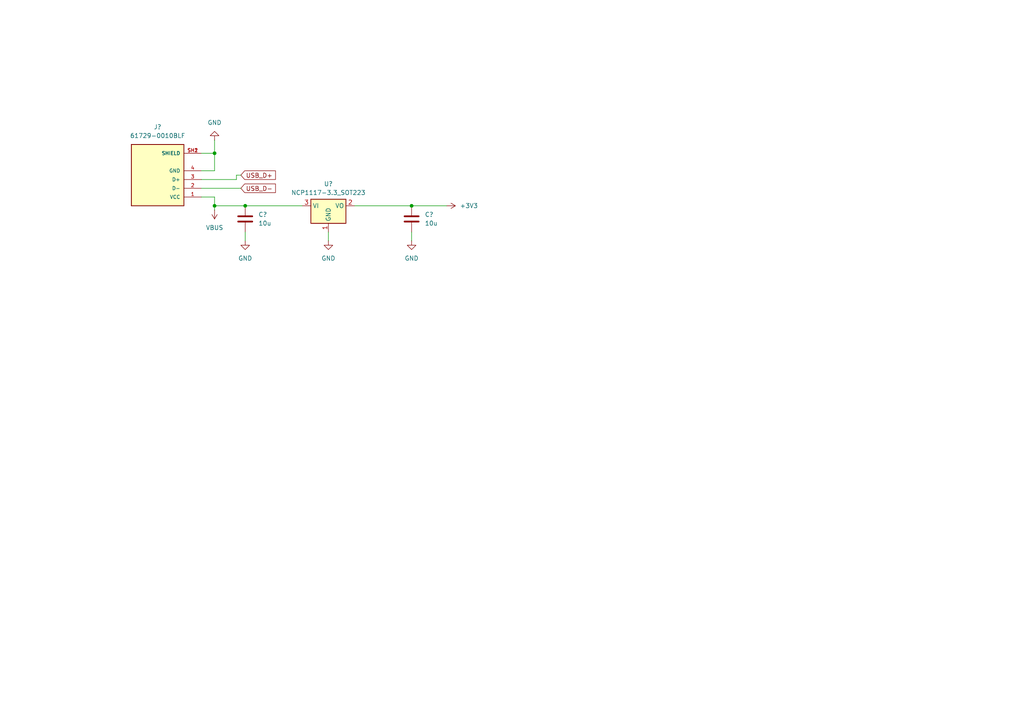
<source format=kicad_sch>
(kicad_sch (version 20250114) (generator "eeschema") (generator_version "9.0")
  (paper "A4")
  (title_block (title "OpenSync Power and Data") (date "2025-10-31") (rev "0.1") (company "OpenPIV Consortium") (comment 1 "USB power and data interface"))
  (lib_symbols
    (symbol "61729-0010BLF:61729-0010BLF" (pin_names (offset 1.016))
      (property "Reference" "J" (at -7.62 8.382 0))
      (property "Value" "61729-0010BLF" (at -7.62 -12.7 0))
      (symbol "61729-0010BLF_0_0"
        (rectangle (start -7.62 -10.16) (end 7.62 7.62) (stroke (width 0.254)) (fill (type background)))
        (pin power_in line (at -12.7 5.08 0) (length 5.08) (name "VCC") (number "1"))
        (pin bidirectional line (at -12.7 2.54 0) (length 5.08) (name "D-") (number "2"))
        (pin bidirectional line (at -12.7 0 0) (length 5.08) (name "D+") (number "3"))
        (pin power_in line (at -12.7 -2.54 0) (length 5.08) (name "GND") (number "4"))
        (pin passive line (at -12.7 -7.62 0) (length 5.08) (name "SHIELD") (number "SH1"))
        (pin passive line (at -12.7 -7.62 0) (length 5.08) (name "SHIELD") (number "SH2"))
      )
    )
    (symbol "Device:C" (pin_numbers (hide yes)) (pin_names (offset 0.254))
      (property "Reference" "C" (at 0.635 2.54 0))
      (property "Value" "C" (at 0.635 -2.54 0))
      (symbol "C_0_1"
        (polyline (pts (xy -2.032 0.762) (xy 2.032 0.762)) (stroke (width 0.508)))
        (polyline (pts (xy -2.032 -0.762) (xy 2.032 -0.762)) (stroke (width 0.508)))
      )
      (symbol "C_1_1"
        (pin passive line (at 0 3.81 270) (length 2.794) (name "~") (number "1"))
        (pin passive line (at 0 -3.81 90) (length 2.794) (name "~") (number "2"))
      )
    )
    (symbol "Regulator_Linear:NCP1117-3.3_SOT223"
      (property "Reference" "U" (at -3.81 3.175 0))
      (property "Value" "NCP1117-3.3_SOT223" (at 0 3.175 0))
      (symbol "NCP1117-3.3_SOT223_0_1"
        (rectangle (start -5.08 -5.08) (end 5.08 1.905) (stroke (width 0.254)) (fill (type background)))
      )
      (symbol "NCP1117-3.3_SOT223_1_1"
        (pin power_in line (at -7.62 0 0) (length 2.54) (name "VI") (number "3"))
        (pin power_in line (at 0 -7.62 90) (length 2.54) (name "GND") (number "1"))
        (pin power_out line (at 7.62 0 180) (length 2.54) (name "VO") (number "2"))
      )
    )
    (symbol "power:+3V3" (power) (pin_numbers (hide yes)) (pin_names (offset 0) (hide yes))
      (property "Value" "+3V3" (at 0 3.556 0))
      (symbol "+3V3_0_1"
        (polyline (pts (xy -0.762 1.27) (xy 0 2.54)))
        (polyline (pts (xy 0 2.54) (xy 0.762 1.27)))
        (polyline (pts (xy 0 0) (xy 0 2.54)))
      )
      (symbol "+3V3_1_1"
        (pin power_in line (at 0 0 90) (length 0) (name "~") (number "1"))
      )
    )
    (symbol "power:GND" (power) (pin_numbers (hide yes)) (pin_names (offset 0) (hide yes))
      (property "Value" "GND" (at 0 -3.81 0))
      (symbol "GND_0_1"
        (polyline (pts (xy 0 0) (xy 0 -1.27) (xy 1.27 -1.27) (xy 0 -2.54) (xy -1.27 -1.27) (xy 0 -1.27)))
      )
      (symbol "GND_1_1"
        (pin power_in line (at 0 0 270) (length 0) (name "~") (number "1"))
      )
    )
    (symbol "power:VBUS" (power) (pin_numbers (hide yes)) (pin_names (offset 0) (hide yes))
      (property "Value" "VBUS" (at 0 3.556 0))
      (symbol "VBUS_0_1"
        (polyline (pts (xy -0.762 1.27) (xy 0 2.54)))
        (polyline (pts (xy 0 2.54) (xy 0.762 1.27)))
        (polyline (pts (xy 0 0) (xy 0 2.54)))
      )
      (symbol "VBUS_1_1"
        (pin power_in line (at 0 0 90) (length 0) (name "~") (number "1"))
      )
    )
  )
  (junction (at 62.23 44.45))
  (junction (at 71.12 59.69))
  (junction (at 119.38 59.69))
  (junction (at 62.23 59.69))
  (wire (pts (xy 58.42 57.15) (xy 62.23 57.15)))
  (wire (pts (xy 71.12 59.69) (xy 62.23 59.69)))
  (wire (pts (xy 119.38 67.31) (xy 119.38 69.85)))
  (wire (pts (xy 62.23 49.53) (xy 62.23 44.45)))
  (wire (pts (xy 71.12 67.31) (xy 71.12 69.85)))
  (wire (pts (xy 68.58 50.8) (xy 68.58 52.07)))
  (wire (pts (xy 58.42 49.53) (xy 62.23 49.53)))
  (wire (pts (xy 68.58 50.8) (xy 69.85 50.8)))
  (wire (pts (xy 58.42 54.61) (xy 69.85 54.61)))
  (wire (pts (xy 71.12 59.69) (xy 87.63 59.69)))
  (wire (pts (xy 62.23 59.69) (xy 62.23 60.96)))
  (wire (pts (xy 62.23 57.15) (xy 62.23 59.69)))
  (wire (pts (xy 102.87 59.69) (xy 119.38 59.69)))
  (wire (pts (xy 95.25 67.31) (xy 95.25 69.85)))
  (wire (pts (xy 62.23 40.64) (xy 62.23 44.45)))
  (wire (pts (xy 119.38 59.69) (xy 129.54 59.69)))
  (wire (pts (xy 62.23 44.45) (xy 58.42 44.45)))
  (wire (pts (xy 68.58 52.07) (xy 58.42 52.07)))
  (global_label "USB_D-" (shape input) (at 69.85 54.61 0) (property "Intersheetrefs" "${INTERSHEET_REFS}" (effects (hide yes))))
  (global_label "USB_D+" (shape input) (at 69.85 50.8 0) (property "Intersheetrefs" "${INTERSHEET_REFS}" (effects (hide yes))))
  (symbol (lib_id "power:GND") (at 62.23 40.64 180) (unit 1)
    (property "Reference" "#PWR02" (effects (hide yes)))
    (property "Value" "GND" (at 62.23 35.56 0))
    (property "Description" "Power symbol creates a global label with name \"GND\" , ground" (effects (hide yes)))
  )
  (symbol (lib_id "power:GND") (at 119.38 69.85 0) (unit 1)
    (property "Reference" "#PWR05" (effects (hide yes)))
    (property "Value" "GND" (at 119.38 74.93 0))
    (property "Description" "Power symbol creates a global label with name \"GND\" , ground" (effects (hide yes)))
  )
  (symbol (lib_id "61729-0010BLF:61729-0010BLF") (at 45.72 52.07 180) (unit 1)
    (property "Reference" "J?" (at 45.72 36.83 0))
    (property "Value" "61729-0010BLF" (at 45.72 39.37 0))
    (property "Footprint" "61729-0010BLF:AMPHENOL_61729-0010BLF" (effects (hide yes)))
    (property "MF" "AMPHENOL ICC / FCI" (effects (hide yes)))
    (property "MAXIMUM_PACKAGE_HEIGHT" "11.50 mm" (effects (hide yes)))
    (property "Package" "None" (effects (hide yes)))
    (property "Price" "None" (effects (hide yes)))
    (property "Check_prices" "https://www.snapeda.com/parts/61729-0010BLF/Amphenol/view-part/?ref=eda" (effects (hide yes)))
    (property "STANDARD" "Manufacturer Recommendations" (effects (hide yes)))
    (property "PARTREV" "AD" (effects (hide yes)))
    (property "SnapEDA_Link" "https://www.snapeda.com/parts/61729-0010BLF/Amphenol/view-part/?ref=snap" (effects (hide yes)))
    (property "MP" "61729-0010BLF" (effects (hide yes)))
    (property "Description_1" "Conn Data USB TypeB Socket 4Cnts RightAngle ThruHole White | Amphenol FCI (Amphenol CS) 61729-0010BLF" (effects (hide yes)))
    (property "Availability" "In Stock" (effects (hide yes)))
    (property "MANUFACTURER" "Amphenol" (effects (hide yes)))
  )
  (symbol (lib_id "Device:C") (at 119.38 63.5 0) (unit 1)
    (property "Reference" "C?" (at 123.19 62.2299 0) (effects (justify left)))
    (property "Value" "10u" (at 123.19 64.7699 0) (effects (justify left)))
    (property "Description" "Unpolarized capacitor" (effects (hide yes)))
  )
  (symbol (lib_id "power:GND") (at 71.12 69.85 0) (unit 1)
    (property "Reference" "#PWR04" (effects (hide yes)))
    (property "Value" "GND" (at 71.12 74.93 0))
    (property "Description" "Power symbol creates a global label with name \"GND\" , ground" (effects (hide yes)))
  )
  (symbol (lib_id "Regulator_Linear:NCP1117-3.3_SOT223") (at 95.25 59.69 0) (unit 1)
    (property "Reference" "U?" (at 95.25 53.34 0))
    (property "Value" "NCP1117-3.3_SOT223" (at 95.25 55.88 0))
    (property "Footprint" "Package_TO_SOT_SMD:SOT-223-3_TabPin2" (effects (hide yes)))
    (property "Datasheet" "http://www.onsemi.com/pub_link/Collateral/NCP1117-D.PDF" (effects (hide yes)))
    (property "Description" "1A Low drop-out regulator, Fixed Output 3.3V, SOT-223" (effects (hide yes)))
  )
  (symbol (lib_id "Device:C") (at 71.12 63.5 0) (unit 1)
    (property "Reference" "C?" (at 74.93 62.2299 0) (effects (justify left)))
    (property "Value" "10u" (at 74.93 64.7699 0) (effects (justify left)))
    (property "Description" "Unpolarized capacitor" (effects (hide yes)))
  )
  (symbol (lib_id "power:VBUS") (at 62.23 60.96 180) (unit 1)
    (property "Reference" "#PWR03" (effects (hide yes)))
    (property "Value" "VBUS" (at 62.23 66.04 0))
    (property "Description" "Power symbol creates a global label with name \"VBUS\"" (effects (hide yes)))
  )
  (symbol (lib_id "power:+3V3") (at 129.54 59.69 270) (unit 1)
    (property "Reference" "#PWR07" (effects (hide yes)))
    (property "Value" "+3V3" (at 133.35 59.6899 90) (effects (justify left)))
    (property "Description" "Power symbol creates a global label with name \"+3V3\"" (effects (hide yes)))
  )
  (symbol (lib_id "power:GND") (at 95.25 69.85 0) (unit 1)
    (property "Reference" "#PWR06" (effects (hide yes)))
    (property "Value" "GND" (at 95.25 74.93 0))
    (property "Description" "Power symbol creates a global label with name \"GND\" , ground" (effects (hide yes)))
  )
)
</source>
